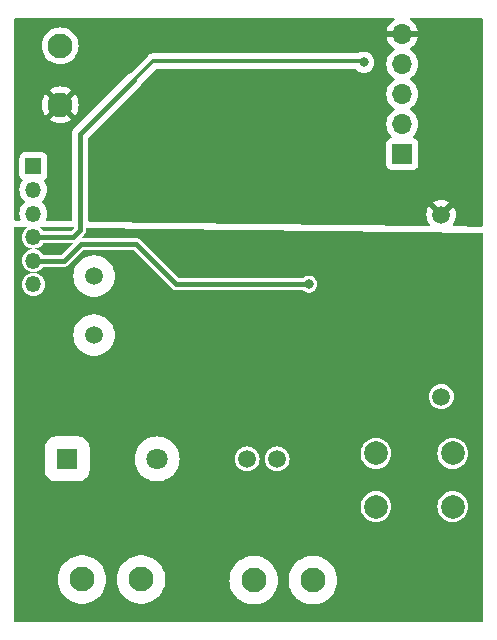
<source format=gbr>
%TF.GenerationSoftware,KiCad,Pcbnew,7.0.2*%
%TF.CreationDate,2023-04-22T16:52:06-03:00*%
%TF.ProjectId,PowerAndCommModule,506f7765-7241-46e6-9443-6f6d6d4d6f64,rev?*%
%TF.SameCoordinates,Original*%
%TF.FileFunction,Copper,L1,Top*%
%TF.FilePolarity,Positive*%
%FSLAX46Y46*%
G04 Gerber Fmt 4.6, Leading zero omitted, Abs format (unit mm)*
G04 Created by KiCad (PCBNEW 7.0.2) date 2023-04-22 16:52:06*
%MOMM*%
%LPD*%
G01*
G04 APERTURE LIST*
%TA.AperFunction,ComponentPad*%
%ADD10C,2.100000*%
%TD*%
%TA.AperFunction,ComponentPad*%
%ADD11R,1.700000X1.700000*%
%TD*%
%TA.AperFunction,ComponentPad*%
%ADD12O,1.700000X1.700000*%
%TD*%
%TA.AperFunction,ComponentPad*%
%ADD13C,1.500000*%
%TD*%
%TA.AperFunction,ComponentPad*%
%ADD14R,1.800000X1.800000*%
%TD*%
%TA.AperFunction,ComponentPad*%
%ADD15C,1.800000*%
%TD*%
%TA.AperFunction,ComponentPad*%
%ADD16C,2.000000*%
%TD*%
%TA.AperFunction,ComponentPad*%
%ADD17R,1.350000X1.350000*%
%TD*%
%TA.AperFunction,ComponentPad*%
%ADD18O,1.350000X1.350000*%
%TD*%
%TA.AperFunction,ViaPad*%
%ADD19C,0.800000*%
%TD*%
%TA.AperFunction,Conductor*%
%ADD20C,0.400000*%
%TD*%
%TA.AperFunction,Conductor*%
%ADD21C,0.300000*%
%TD*%
G04 APERTURE END LIST*
D10*
%TO.P,J5,1,Pin_1*%
%TO.N,NEUT*%
X46540000Y-76520000D03*
%TO.P,J5,2,Pin_2*%
%TO.N,/LINE_NO*%
X51540000Y-76520000D03*
%TD*%
D11*
%TO.P,J4,1,Pin_1*%
%TO.N,+5V*%
X59120000Y-40450000D03*
D12*
%TO.P,J4,2,Pin_2*%
%TO.N,/SCL*%
X59120000Y-37910000D03*
%TO.P,J4,3,Pin_3*%
%TO.N,/SDA*%
X59120000Y-35370000D03*
%TO.P,J4,4,Pin_4*%
%TO.N,+3V3*%
X59120000Y-32830000D03*
%TO.P,J4,5,Pin_5*%
%TO.N,GND*%
X59120000Y-30290000D03*
%TD*%
D13*
%TO.P,PS1,1,AC/L*%
%TO.N,LINE*%
X33020000Y-50780000D03*
%TO.P,PS1,2,AC/N*%
%TO.N,NEUT*%
X33020000Y-55780000D03*
%TO.P,PS1,3,-Vout*%
%TO.N,GND*%
X62420000Y-45580000D03*
%TO.P,PS1,4,+Vout*%
%TO.N,+5V*%
X62420000Y-60980000D03*
%TD*%
D14*
%TO.P,K1,1,COM*%
%TO.N,LINE*%
X30740000Y-66260000D03*
D15*
%TO.P,K1,2,NO*%
%TO.N,/LINE_NO*%
X38360000Y-66260000D03*
D13*
%TO.P,K1,3,COIL_1*%
%TO.N,GND*%
X45980000Y-66260000D03*
%TO.P,K1,4,COIL_2*%
%TO.N,Net-(K1-COIL_2)*%
X48520000Y-66260000D03*
%TD*%
D16*
%TO.P,SW1,1*%
%TO.N,Net-(U2-IO13)*%
X56890000Y-65790000D03*
X63390000Y-65790000D03*
%TO.P,SW1,2*%
%TO.N,GND*%
X56890000Y-70290000D03*
X63390000Y-70290000D03*
%TD*%
D10*
%TO.P,J1,1,Pin_1*%
%TO.N,LINE*%
X32010000Y-76460000D03*
%TO.P,J1,2,Pin_2*%
%TO.N,NEUT*%
X37010000Y-76460000D03*
%TD*%
D17*
%TO.P,J2,1,Pin_1*%
%TO.N,/RXD*%
X27880000Y-41480000D03*
D18*
%TO.P,J2,2,Pin_2*%
%TO.N,/TXD*%
X27880000Y-43480000D03*
%TO.P,J2,3,Pin_3*%
%TO.N,/DTR*%
X27880000Y-45480000D03*
%TO.P,J2,4,Pin_4*%
%TO.N,/EN*%
X27880000Y-47480000D03*
%TO.P,J2,5,Pin_5*%
%TO.N,+3V3*%
X27880000Y-49480000D03*
%TO.P,J2,6,Pin_6*%
%TO.N,GND*%
X27880000Y-51480000D03*
%TD*%
D10*
%TO.P,J3,1,Pin_1*%
%TO.N,Net-(J3-Pin_1)*%
X30160000Y-31280000D03*
%TO.P,J3,2,Pin_2*%
%TO.N,GND*%
X30160000Y-36280000D03*
%TD*%
D19*
%TO.N,GND*%
X56400000Y-36640000D03*
%TO.N,/EN*%
X55850000Y-32680000D03*
%TO.N,+3V3*%
X51210000Y-51470000D03*
%TD*%
D20*
%TO.N,/EN*%
X36400000Y-34210000D02*
X31840000Y-38770000D01*
X31840000Y-38770000D02*
X31840000Y-46900000D01*
X31840000Y-46900000D02*
X31250000Y-47490000D01*
X31240000Y-47480000D02*
X27880000Y-47480000D01*
D21*
X55730000Y-32560000D02*
X55850000Y-32680000D01*
D20*
X31250000Y-47490000D02*
X31240000Y-47480000D01*
D21*
X36400000Y-34210000D02*
X38050000Y-32560000D01*
X38050000Y-32560000D02*
X55730000Y-32560000D01*
D20*
%TO.N,Net-(J3-Pin_1)*%
X30360000Y-31080000D02*
X30160000Y-31280000D01*
%TO.N,+3V3*%
X31900000Y-48060000D02*
X30480000Y-49480000D01*
X30480000Y-49480000D02*
X27880000Y-49480000D01*
X51210000Y-51470000D02*
X39980000Y-51470000D01*
X39980000Y-51470000D02*
X36570000Y-48060000D01*
X36570000Y-48060000D02*
X31900000Y-48060000D01*
%TD*%
%TA.AperFunction,Conductor*%
%TO.N,GND*%
G36*
X58424521Y-28920185D02*
G01*
X58470276Y-28972989D01*
X58480220Y-29042147D01*
X58451195Y-29105703D01*
X58428605Y-29126075D01*
X58248921Y-29251890D01*
X58081890Y-29418921D01*
X57946400Y-29612421D01*
X57846569Y-29826507D01*
X57789364Y-30039999D01*
X57789364Y-30040000D01*
X58686314Y-30040000D01*
X58660507Y-30080156D01*
X58620000Y-30218111D01*
X58620000Y-30361889D01*
X58660507Y-30499844D01*
X58686314Y-30540000D01*
X57789364Y-30540000D01*
X57846569Y-30753492D01*
X57946399Y-30967576D01*
X58081893Y-31161081D01*
X58248918Y-31328106D01*
X58434595Y-31458119D01*
X58478219Y-31512696D01*
X58485412Y-31582195D01*
X58453890Y-31644549D01*
X58434595Y-31661269D01*
X58248595Y-31791508D01*
X58081505Y-31958598D01*
X57945965Y-32152170D01*
X57846097Y-32366336D01*
X57784936Y-32594592D01*
X57764340Y-32829999D01*
X57784936Y-33065407D01*
X57823814Y-33210500D01*
X57846097Y-33293663D01*
X57945965Y-33507830D01*
X58081505Y-33701401D01*
X58248599Y-33868495D01*
X58434160Y-33998426D01*
X58477783Y-34053002D01*
X58484976Y-34122501D01*
X58453454Y-34184855D01*
X58434159Y-34201575D01*
X58248595Y-34331508D01*
X58081505Y-34498598D01*
X57945965Y-34692170D01*
X57846097Y-34906336D01*
X57784936Y-35134592D01*
X57764340Y-35370000D01*
X57784936Y-35605407D01*
X57824268Y-35752194D01*
X57846097Y-35833663D01*
X57945965Y-36047830D01*
X58081505Y-36241401D01*
X58248599Y-36408495D01*
X58434160Y-36538426D01*
X58477783Y-36593002D01*
X58484976Y-36662501D01*
X58453454Y-36724855D01*
X58434159Y-36741575D01*
X58248595Y-36871508D01*
X58081505Y-37038598D01*
X57945965Y-37232170D01*
X57846097Y-37446336D01*
X57784936Y-37674592D01*
X57764340Y-37909999D01*
X57784936Y-38145407D01*
X57814851Y-38257051D01*
X57846097Y-38373663D01*
X57945965Y-38587830D01*
X58081505Y-38781401D01*
X58081508Y-38781404D01*
X58203430Y-38903326D01*
X58236915Y-38964649D01*
X58231931Y-39034341D01*
X58190059Y-39090274D01*
X58159083Y-39107189D01*
X58027669Y-39156204D01*
X57912454Y-39242454D01*
X57826204Y-39357668D01*
X57775910Y-39492515D01*
X57775909Y-39492517D01*
X57769500Y-39552127D01*
X57769500Y-39555448D01*
X57769500Y-39555449D01*
X57769500Y-41344560D01*
X57769500Y-41344578D01*
X57769501Y-41347872D01*
X57775909Y-41407483D01*
X57826204Y-41542331D01*
X57912454Y-41657546D01*
X58027669Y-41743796D01*
X58162517Y-41794091D01*
X58222127Y-41800500D01*
X60017872Y-41800499D01*
X60077483Y-41794091D01*
X60212331Y-41743796D01*
X60327546Y-41657546D01*
X60413796Y-41542331D01*
X60464091Y-41407483D01*
X60470500Y-41347873D01*
X60470499Y-39552128D01*
X60464091Y-39492517D01*
X60413796Y-39357669D01*
X60327546Y-39242454D01*
X60212331Y-39156204D01*
X60150898Y-39133291D01*
X60080916Y-39107189D01*
X60024983Y-39065317D01*
X60000566Y-38999853D01*
X60015418Y-38931580D01*
X60036563Y-38903332D01*
X60158495Y-38781401D01*
X60294035Y-38587830D01*
X60393903Y-38373663D01*
X60455063Y-38145408D01*
X60475659Y-37910000D01*
X60455063Y-37674592D01*
X60393903Y-37446337D01*
X60294035Y-37232171D01*
X60158495Y-37038599D01*
X59991401Y-36871505D01*
X59805839Y-36741573D01*
X59762216Y-36686998D01*
X59755022Y-36617500D01*
X59786545Y-36555145D01*
X59805837Y-36538428D01*
X59991401Y-36408495D01*
X60158495Y-36241401D01*
X60294035Y-36047830D01*
X60393903Y-35833663D01*
X60455063Y-35605408D01*
X60475659Y-35370000D01*
X60455063Y-35134592D01*
X60393903Y-34906337D01*
X60294035Y-34692171D01*
X60158495Y-34498599D01*
X59991401Y-34331505D01*
X59805839Y-34201573D01*
X59762216Y-34146998D01*
X59755022Y-34077500D01*
X59786545Y-34015145D01*
X59805837Y-33998428D01*
X59991401Y-33868495D01*
X60158495Y-33701401D01*
X60294035Y-33507830D01*
X60393903Y-33293663D01*
X60455063Y-33065408D01*
X60475659Y-32830000D01*
X60455063Y-32594592D01*
X60393903Y-32366337D01*
X60294035Y-32152171D01*
X60158495Y-31958599D01*
X59991401Y-31791505D01*
X59805402Y-31661267D01*
X59761780Y-31606692D01*
X59754587Y-31537193D01*
X59786109Y-31474839D01*
X59805405Y-31458119D01*
X59991078Y-31328109D01*
X60158106Y-31161081D01*
X60293600Y-30967576D01*
X60393430Y-30753492D01*
X60450636Y-30540000D01*
X59553686Y-30540000D01*
X59579493Y-30499844D01*
X59620000Y-30361889D01*
X59620000Y-30218111D01*
X59579493Y-30080156D01*
X59553686Y-30040000D01*
X60450636Y-30040000D01*
X60450635Y-30039999D01*
X60393430Y-29826507D01*
X60293599Y-29612421D01*
X60158109Y-29418921D01*
X59991081Y-29251893D01*
X59811395Y-29126075D01*
X59767771Y-29071498D01*
X59760578Y-29001999D01*
X59792100Y-28939645D01*
X59852330Y-28904231D01*
X59882519Y-28900500D01*
X65803000Y-28900500D01*
X65870039Y-28920185D01*
X65915794Y-28972989D01*
X65927000Y-29024500D01*
X65926999Y-36581505D01*
X65923138Y-46468940D01*
X65903427Y-46535972D01*
X65850605Y-46581706D01*
X65797544Y-46592882D01*
X63494081Y-46563260D01*
X63427300Y-46542715D01*
X63382228Y-46489327D01*
X63373174Y-46420046D01*
X63394101Y-46368146D01*
X63506665Y-46207389D01*
X63599102Y-46009159D01*
X63655712Y-45797886D01*
X63674775Y-45580000D01*
X63655712Y-45362113D01*
X63599102Y-45150840D01*
X63506667Y-44952615D01*
X63463123Y-44890428D01*
X62903076Y-45450474D01*
X62879493Y-45370156D01*
X62801761Y-45249202D01*
X62693100Y-45155048D01*
X62562315Y-45095320D01*
X62552531Y-45093913D01*
X63109572Y-44536874D01*
X63109571Y-44536873D01*
X63047386Y-44493331D01*
X62849161Y-44400898D01*
X62637886Y-44344287D01*
X62420000Y-44325224D01*
X62202113Y-44344287D01*
X61990840Y-44400897D01*
X61792611Y-44493333D01*
X61730428Y-44536874D01*
X61730427Y-44536875D01*
X62287465Y-45093913D01*
X62277685Y-45095320D01*
X62146900Y-45155048D01*
X62038239Y-45249202D01*
X61960507Y-45370156D01*
X61936923Y-45450475D01*
X61376875Y-44890427D01*
X61376874Y-44890428D01*
X61333333Y-44952611D01*
X61240897Y-45150840D01*
X61184287Y-45362113D01*
X61165224Y-45580000D01*
X61184287Y-45797886D01*
X61240897Y-46009159D01*
X61333332Y-46207385D01*
X61426352Y-46340231D01*
X61448679Y-46406437D01*
X61431669Y-46474205D01*
X61380721Y-46522018D01*
X61323183Y-46535345D01*
X32662906Y-46166794D01*
X32596125Y-46146249D01*
X32551053Y-46092861D01*
X32540500Y-46042804D01*
X32540500Y-39111519D01*
X32560185Y-39044480D01*
X32576819Y-39023838D01*
X34729152Y-36871505D01*
X36925290Y-34675367D01*
X37003878Y-34575056D01*
X37034646Y-34506692D01*
X37060036Y-34469908D01*
X38283126Y-33246819D01*
X38344450Y-33213334D01*
X38370808Y-33210500D01*
X55060714Y-33210500D01*
X55127753Y-33230185D01*
X55152864Y-33251528D01*
X55244129Y-33352889D01*
X55397269Y-33464151D01*
X55570197Y-33541144D01*
X55755352Y-33580500D01*
X55755354Y-33580500D01*
X55944648Y-33580500D01*
X56068084Y-33554262D01*
X56129803Y-33541144D01*
X56302730Y-33464151D01*
X56455871Y-33352888D01*
X56582533Y-33212216D01*
X56677179Y-33048284D01*
X56735674Y-32868256D01*
X56755460Y-32680000D01*
X56735674Y-32491744D01*
X56677179Y-32311716D01*
X56677179Y-32311715D01*
X56582533Y-32147783D01*
X56455870Y-32007110D01*
X56302730Y-31895848D01*
X56129802Y-31818855D01*
X55944648Y-31779500D01*
X55944646Y-31779500D01*
X55755354Y-31779500D01*
X55755352Y-31779500D01*
X55570197Y-31818855D01*
X55390687Y-31898779D01*
X55340251Y-31909500D01*
X38135504Y-31909500D01*
X38114294Y-31907158D01*
X38041737Y-31909439D01*
X38037842Y-31909500D01*
X38009075Y-31909500D01*
X38005213Y-31909987D01*
X38005192Y-31909989D01*
X38004681Y-31910054D01*
X37993059Y-31910968D01*
X37947430Y-31912402D01*
X37927051Y-31918323D01*
X37908007Y-31922267D01*
X37893639Y-31924082D01*
X37886941Y-31924929D01*
X37844490Y-31941736D01*
X37833443Y-31945518D01*
X37789598Y-31958256D01*
X37771330Y-31969060D01*
X37753864Y-31977617D01*
X37734129Y-31985431D01*
X37697202Y-32012260D01*
X37687442Y-32018671D01*
X37648136Y-32041917D01*
X37633125Y-32056928D01*
X37618336Y-32069558D01*
X37601164Y-32082034D01*
X37572057Y-32117218D01*
X37564196Y-32125856D01*
X36140092Y-33549960D01*
X36103305Y-33575353D01*
X36034946Y-33606120D01*
X35937583Y-33682398D01*
X35937574Y-33682405D01*
X35934633Y-33684710D01*
X35931987Y-33687355D01*
X35931979Y-33687363D01*
X31362290Y-38257051D01*
X31356838Y-38262183D01*
X31311816Y-38302070D01*
X31277649Y-38351568D01*
X31273213Y-38357597D01*
X31236121Y-38404942D01*
X31231961Y-38414186D01*
X31220941Y-38433725D01*
X31215182Y-38442069D01*
X31193853Y-38498305D01*
X31190989Y-38505219D01*
X31166303Y-38560070D01*
X31164475Y-38570047D01*
X31158454Y-38591648D01*
X31154859Y-38601128D01*
X31147609Y-38660827D01*
X31146483Y-38668226D01*
X31135641Y-38727390D01*
X31139274Y-38787433D01*
X31139500Y-38794920D01*
X31139500Y-46021598D01*
X31119815Y-46088637D01*
X31067011Y-46134392D01*
X31013906Y-46145588D01*
X29072841Y-46120628D01*
X29006060Y-46100083D01*
X28960988Y-46046695D01*
X28951934Y-45977414D01*
X28963433Y-45941369D01*
X28980817Y-45906459D01*
X29013997Y-45789844D01*
X29040435Y-45696925D01*
X29044608Y-45651889D01*
X29060536Y-45480000D01*
X29040435Y-45263077D01*
X29040435Y-45263074D01*
X28980818Y-45053542D01*
X28883712Y-44858528D01*
X28752426Y-44684676D01*
X28628427Y-44571637D01*
X28592145Y-44511926D01*
X28593906Y-44442079D01*
X28628427Y-44388363D01*
X28752426Y-44275323D01*
X28752427Y-44275322D01*
X28883712Y-44101472D01*
X28980817Y-43906459D01*
X28980818Y-43906457D01*
X29040435Y-43696925D01*
X29043577Y-43663008D01*
X29060536Y-43480000D01*
X29040435Y-43263077D01*
X29040435Y-43263074D01*
X28980818Y-43053542D01*
X28883712Y-42858528D01*
X28802252Y-42750657D01*
X28777560Y-42685295D01*
X28792125Y-42616961D01*
X28826894Y-42576664D01*
X28912546Y-42512546D01*
X28998796Y-42397331D01*
X29049091Y-42262483D01*
X29055500Y-42202873D01*
X29055499Y-40757128D01*
X29049091Y-40697517D01*
X28998796Y-40562669D01*
X28912546Y-40447454D01*
X28797331Y-40361204D01*
X28662483Y-40310909D01*
X28602873Y-40304500D01*
X28599550Y-40304500D01*
X27160439Y-40304500D01*
X27160420Y-40304500D01*
X27157128Y-40304501D01*
X27153848Y-40304853D01*
X27153840Y-40304854D01*
X27097515Y-40310909D01*
X26962669Y-40361204D01*
X26847454Y-40447454D01*
X26761204Y-40562668D01*
X26710910Y-40697515D01*
X26710909Y-40697517D01*
X26704500Y-40757127D01*
X26704500Y-40760448D01*
X26704500Y-40760449D01*
X26704500Y-42199560D01*
X26704500Y-42199578D01*
X26704501Y-42202872D01*
X26710909Y-42262483D01*
X26761204Y-42397331D01*
X26813032Y-42466564D01*
X26847455Y-42512548D01*
X26933104Y-42576665D01*
X26974975Y-42632598D01*
X26979959Y-42702290D01*
X26957747Y-42750657D01*
X26876288Y-42858525D01*
X26779181Y-43053542D01*
X26719564Y-43263074D01*
X26699464Y-43480000D01*
X26719564Y-43696925D01*
X26779181Y-43906457D01*
X26876287Y-44101471D01*
X27007573Y-44275323D01*
X27131572Y-44388363D01*
X27167854Y-44448074D01*
X27166093Y-44517922D01*
X27131572Y-44571637D01*
X27007573Y-44684676D01*
X26876287Y-44858528D01*
X26779181Y-45053542D01*
X26719564Y-45263074D01*
X26699464Y-45480000D01*
X26719564Y-45696925D01*
X26779182Y-45906459D01*
X26781183Y-45910477D01*
X26793444Y-45979262D01*
X26766571Y-46043757D01*
X26709095Y-46083484D01*
X26668593Y-46089738D01*
X26399480Y-46086288D01*
X26332699Y-46065745D01*
X26287625Y-46012359D01*
X26277071Y-45962353D01*
X26273058Y-36279999D01*
X28605207Y-36279999D01*
X28624349Y-36523224D01*
X28681303Y-36760457D01*
X28774669Y-36985862D01*
X28898504Y-37187942D01*
X29519859Y-36566586D01*
X29579680Y-36680566D01*
X29692405Y-36807806D01*
X29832305Y-36904371D01*
X29873541Y-36920010D01*
X29252056Y-37541494D01*
X29454137Y-37665329D01*
X29679542Y-37758696D01*
X29916775Y-37815650D01*
X30160000Y-37834792D01*
X30403224Y-37815650D01*
X30640457Y-37758696D01*
X30865862Y-37665329D01*
X31067942Y-37541494D01*
X30446457Y-36920010D01*
X30487695Y-36904371D01*
X30627595Y-36807806D01*
X30740320Y-36680566D01*
X30800139Y-36566587D01*
X31421494Y-37187942D01*
X31545329Y-36985862D01*
X31638696Y-36760457D01*
X31695650Y-36523224D01*
X31714792Y-36280000D01*
X31695650Y-36036775D01*
X31638696Y-35799542D01*
X31545329Y-35574137D01*
X31421494Y-35372056D01*
X30800139Y-35993411D01*
X30740320Y-35879434D01*
X30627595Y-35752194D01*
X30487695Y-35655629D01*
X30446457Y-35639989D01*
X31067942Y-35018504D01*
X30865862Y-34894669D01*
X30640457Y-34801303D01*
X30403224Y-34744349D01*
X30160000Y-34725207D01*
X29916775Y-34744349D01*
X29679542Y-34801303D01*
X29454137Y-34894669D01*
X29252056Y-35018504D01*
X29873542Y-35639989D01*
X29832305Y-35655629D01*
X29692405Y-35752194D01*
X29579680Y-35879434D01*
X29519859Y-35993413D01*
X28898504Y-35372056D01*
X28774669Y-35574137D01*
X28681303Y-35799542D01*
X28624349Y-36036775D01*
X28605207Y-36279999D01*
X26273058Y-36279999D01*
X26270986Y-31280000D01*
X28604706Y-31280000D01*
X28623854Y-31523303D01*
X28680828Y-31760615D01*
X28774221Y-31986088D01*
X28873309Y-32147783D01*
X28901741Y-32194179D01*
X29060241Y-32379759D01*
X29245821Y-32538259D01*
X29324887Y-32586711D01*
X29453911Y-32665778D01*
X29679384Y-32759171D01*
X29679387Y-32759171D01*
X29679388Y-32759172D01*
X29916698Y-32816146D01*
X30160000Y-32835294D01*
X30403302Y-32816146D01*
X30640612Y-32759172D01*
X30640613Y-32759171D01*
X30640615Y-32759171D01*
X30866088Y-32665778D01*
X30916045Y-32635163D01*
X31074179Y-32538259D01*
X31259759Y-32379759D01*
X31418259Y-32194179D01*
X31527631Y-32015700D01*
X31545778Y-31986088D01*
X31639171Y-31760615D01*
X31639172Y-31760612D01*
X31696146Y-31523302D01*
X31715294Y-31280000D01*
X31696146Y-31036698D01*
X31639172Y-30799388D01*
X31639171Y-30799387D01*
X31639171Y-30799384D01*
X31545778Y-30573911D01*
X31466711Y-30444887D01*
X31418259Y-30365821D01*
X31259759Y-30180241D01*
X31074179Y-30021741D01*
X31045068Y-30003902D01*
X30866088Y-29894221D01*
X30640615Y-29800828D01*
X30403303Y-29743854D01*
X30160000Y-29724706D01*
X29916696Y-29743854D01*
X29679384Y-29800828D01*
X29453911Y-29894221D01*
X29245822Y-30021740D01*
X29060241Y-30180241D01*
X28901740Y-30365822D01*
X28774221Y-30573911D01*
X28680828Y-30799384D01*
X28623854Y-31036696D01*
X28604706Y-31280000D01*
X26270986Y-31280000D01*
X26270051Y-29024548D01*
X26289708Y-28957504D01*
X26342493Y-28911727D01*
X26394051Y-28900500D01*
X58357482Y-28900500D01*
X58424521Y-28920185D01*
G37*
%TD.AperFunction*%
%TD*%
%TA.AperFunction,NonConductor*%
G36*
X31328150Y-46655172D02*
G01*
X31336236Y-46658645D01*
X31339500Y-46666671D01*
X31339500Y-46687922D01*
X31336132Y-46696054D01*
X31056054Y-46976132D01*
X31047922Y-46979500D01*
X28725478Y-46979500D01*
X28717346Y-46976132D01*
X28715336Y-46973421D01*
X28695226Y-46935799D01*
X28695023Y-46935419D01*
X28573120Y-46786880D01*
X28424581Y-46664977D01*
X28412735Y-46658645D01*
X28375832Y-46638919D01*
X28370248Y-46632115D01*
X28371111Y-46623356D01*
X28377915Y-46617772D01*
X28381389Y-46617279D01*
X31328150Y-46655172D01*
G37*
%TD.AperFunction*%
%TA.AperFunction,NonConductor*%
G36*
X27402447Y-46604691D02*
G01*
X27410533Y-46608163D01*
X27413796Y-46616337D01*
X27410323Y-46624425D01*
X27407718Y-46626331D01*
X27335422Y-46664975D01*
X27335420Y-46664976D01*
X27335419Y-46664977D01*
X27301656Y-46692686D01*
X27186880Y-46786880D01*
X27064975Y-46935422D01*
X26974395Y-47104885D01*
X26933114Y-47240973D01*
X26918615Y-47288769D01*
X26899780Y-47480000D01*
X26918615Y-47671231D01*
X26974395Y-47855114D01*
X27064977Y-48024581D01*
X27186880Y-48173120D01*
X27335419Y-48295023D01*
X27504886Y-48385605D01*
X27688769Y-48441385D01*
X27880000Y-48460220D01*
X28071231Y-48441385D01*
X28255114Y-48385605D01*
X28424581Y-48295023D01*
X28573120Y-48173120D01*
X28695023Y-48024581D01*
X28711177Y-47994359D01*
X28715336Y-47986579D01*
X28722140Y-47980995D01*
X28725478Y-47980500D01*
X31130814Y-47980500D01*
X31134832Y-47981224D01*
X31142517Y-47984091D01*
X31177772Y-47986611D01*
X31179386Y-47986844D01*
X31194864Y-47990211D01*
X31213925Y-47994359D01*
X31213926Y-47994358D01*
X31213927Y-47994359D01*
X31230454Y-47993176D01*
X31238804Y-47995955D01*
X31242745Y-48003826D01*
X31239966Y-48012177D01*
X31239406Y-48012779D01*
X30276054Y-48976132D01*
X30267922Y-48979500D01*
X28725478Y-48979500D01*
X28717346Y-48976132D01*
X28715336Y-48973421D01*
X28708258Y-48960179D01*
X28695023Y-48935419D01*
X28573120Y-48786880D01*
X28424581Y-48664977D01*
X28255114Y-48574395D01*
X28071231Y-48518615D01*
X27880000Y-48499780D01*
X27688768Y-48518615D01*
X27504885Y-48574395D01*
X27335422Y-48664975D01*
X27335420Y-48664976D01*
X27335419Y-48664977D01*
X27186879Y-48786880D01*
X27186880Y-48786880D01*
X27064975Y-48935422D01*
X26974395Y-49104885D01*
X26974395Y-49104886D01*
X26918615Y-49288769D01*
X26899780Y-49480000D01*
X26918615Y-49671231D01*
X26974395Y-49855114D01*
X27064977Y-50024581D01*
X27186880Y-50173120D01*
X27335419Y-50295023D01*
X27504886Y-50385605D01*
X27688769Y-50441385D01*
X27880000Y-50460220D01*
X28071231Y-50441385D01*
X28255114Y-50385605D01*
X28424581Y-50295023D01*
X28573120Y-50173120D01*
X28695023Y-50024581D01*
X28715335Y-49986579D01*
X28722140Y-49980995D01*
X28725478Y-49980500D01*
X30424952Y-49980500D01*
X30427397Y-49980763D01*
X30443925Y-49984359D01*
X30443926Y-49984358D01*
X30443927Y-49984359D01*
X30487747Y-49981224D01*
X30497474Y-49980529D01*
X30498294Y-49980500D01*
X30515798Y-49980500D01*
X30515799Y-49980500D01*
X30533154Y-49978004D01*
X30533920Y-49977921D01*
X30587483Y-49974091D01*
X30603340Y-49968176D01*
X30605704Y-49967573D01*
X30622457Y-49965165D01*
X30671307Y-49942854D01*
X30672017Y-49942560D01*
X30722331Y-49923796D01*
X30735878Y-49913653D01*
X30737982Y-49912405D01*
X30753373Y-49905377D01*
X30793932Y-49870231D01*
X30794569Y-49869719D01*
X30803072Y-49863353D01*
X30808593Y-49859221D01*
X30820987Y-49846825D01*
X30821558Y-49846293D01*
X30862143Y-49811128D01*
X30871291Y-49796891D01*
X30872826Y-49794986D01*
X32103944Y-48563867D01*
X32112077Y-48560500D01*
X36357922Y-48560500D01*
X36366054Y-48563868D01*
X39587169Y-51784982D01*
X39588709Y-51786893D01*
X39597857Y-51801128D01*
X39638425Y-51836280D01*
X39639025Y-51836839D01*
X39651405Y-51849218D01*
X39651407Y-51849220D01*
X39660344Y-51855910D01*
X39665421Y-51859711D01*
X39666060Y-51860226D01*
X39706627Y-51895377D01*
X39722010Y-51902402D01*
X39724124Y-51903656D01*
X39737669Y-51913796D01*
X39787970Y-51932557D01*
X39788710Y-51932863D01*
X39837543Y-51955165D01*
X39854291Y-51957572D01*
X39856663Y-51958177D01*
X39872517Y-51964091D01*
X39926075Y-51967921D01*
X39926847Y-51968004D01*
X39944201Y-51970500D01*
X39961706Y-51970500D01*
X39962526Y-51970529D01*
X40016073Y-51974359D01*
X40016073Y-51974358D01*
X40016074Y-51974359D01*
X40032603Y-51970763D01*
X40035048Y-51970500D01*
X50714220Y-51970500D01*
X50721846Y-51973392D01*
X50809148Y-52050734D01*
X50959774Y-52129790D01*
X51042359Y-52150144D01*
X51124944Y-52170500D01*
X51124945Y-52170500D01*
X51295055Y-52170500D01*
X51295056Y-52170500D01*
X51460225Y-52129790D01*
X51610852Y-52050734D01*
X51738183Y-51937929D01*
X51834818Y-51797930D01*
X51895140Y-51638872D01*
X51915645Y-51470000D01*
X51895140Y-51301128D01*
X51834818Y-51142070D01*
X51765487Y-51041628D01*
X51738183Y-51002071D01*
X51610851Y-50889265D01*
X51460225Y-50810209D01*
X51327715Y-50777549D01*
X51295056Y-50769500D01*
X51124944Y-50769500D01*
X51097676Y-50776220D01*
X50959774Y-50810209D01*
X50809148Y-50889265D01*
X50721846Y-50966608D01*
X50714220Y-50969500D01*
X40192077Y-50969500D01*
X40183945Y-50966132D01*
X36962828Y-47745014D01*
X36961286Y-47743099D01*
X36952143Y-47728872D01*
X36911581Y-47693725D01*
X36910981Y-47693166D01*
X36898594Y-47680780D01*
X36884570Y-47670281D01*
X36883931Y-47669766D01*
X36843371Y-47634621D01*
X36827986Y-47627594D01*
X36825873Y-47626340D01*
X36812333Y-47616205D01*
X36812331Y-47616204D01*
X36785673Y-47606261D01*
X36762037Y-47597445D01*
X36761279Y-47597131D01*
X36712456Y-47574834D01*
X36695711Y-47572426D01*
X36693330Y-47571818D01*
X36677485Y-47565909D01*
X36623941Y-47562078D01*
X36623126Y-47561990D01*
X36605799Y-47559500D01*
X36588294Y-47559500D01*
X36587474Y-47559471D01*
X36533925Y-47555640D01*
X36517397Y-47559237D01*
X36514952Y-47559500D01*
X31955048Y-47559500D01*
X31952603Y-47559237D01*
X31936073Y-47555640D01*
X31919545Y-47556822D01*
X31911194Y-47554042D01*
X31907254Y-47546171D01*
X31910034Y-47537820D01*
X31910579Y-47537233D01*
X32154986Y-47292826D01*
X32156891Y-47291291D01*
X32171128Y-47282143D01*
X32206293Y-47241558D01*
X32206825Y-47240987D01*
X32219221Y-47228593D01*
X32223353Y-47223072D01*
X32229719Y-47214569D01*
X32230234Y-47213929D01*
X32265377Y-47173373D01*
X32272405Y-47157982D01*
X32273653Y-47155878D01*
X32283796Y-47142331D01*
X32302560Y-47092017D01*
X32302854Y-47091307D01*
X32325165Y-47042457D01*
X32327573Y-47025704D01*
X32328176Y-47023340D01*
X32334091Y-47007483D01*
X32337921Y-46953920D01*
X32338004Y-46953154D01*
X32340500Y-46935799D01*
X32340500Y-46918293D01*
X32340529Y-46917473D01*
X32344359Y-46863925D01*
X32340762Y-46847395D01*
X32340499Y-46844950D01*
X32340499Y-46786880D01*
X32340499Y-46679835D01*
X32343866Y-46671706D01*
X32351995Y-46668338D01*
X65908646Y-47099853D01*
X65916732Y-47103326D01*
X65919996Y-47111355D01*
X65910006Y-80088003D01*
X65906635Y-80096134D01*
X65898506Y-80099500D01*
X52036000Y-80099500D01*
X26281487Y-80080008D01*
X26273358Y-80076634D01*
X26269996Y-80068512D01*
X26268919Y-76460000D01*
X29954709Y-76460000D01*
X29954736Y-76460394D01*
X29973824Y-76739460D01*
X29973824Y-76739467D01*
X29973852Y-76739862D01*
X30030925Y-77014511D01*
X30124864Y-77278830D01*
X30125040Y-77279171D01*
X30125042Y-77279174D01*
X30253740Y-77527552D01*
X30253744Y-77527560D01*
X30253919Y-77527896D01*
X30415688Y-77757069D01*
X30607155Y-77962081D01*
X30607448Y-77962319D01*
X30607453Y-77962324D01*
X30700444Y-78037977D01*
X30824754Y-78139111D01*
X31064432Y-78284862D01*
X31321725Y-78396620D01*
X31591839Y-78472303D01*
X31869742Y-78510500D01*
X31870131Y-78510500D01*
X32149869Y-78510500D01*
X32150258Y-78510500D01*
X32428161Y-78472303D01*
X32698275Y-78396620D01*
X32955568Y-78284862D01*
X33195246Y-78139111D01*
X33412845Y-77962081D01*
X33604312Y-77757069D01*
X33766081Y-77527896D01*
X33895136Y-77278830D01*
X33989075Y-77014511D01*
X34046148Y-76739862D01*
X34065291Y-76460000D01*
X34954709Y-76460000D01*
X34954736Y-76460394D01*
X34973824Y-76739460D01*
X34973824Y-76739467D01*
X34973852Y-76739862D01*
X35030925Y-77014511D01*
X35124864Y-77278830D01*
X35125040Y-77279171D01*
X35125042Y-77279174D01*
X35253740Y-77527552D01*
X35253744Y-77527560D01*
X35253919Y-77527896D01*
X35415688Y-77757069D01*
X35607155Y-77962081D01*
X35607448Y-77962319D01*
X35607453Y-77962324D01*
X35700444Y-78037977D01*
X35824754Y-78139111D01*
X36064432Y-78284862D01*
X36321725Y-78396620D01*
X36591839Y-78472303D01*
X36869742Y-78510500D01*
X36870131Y-78510500D01*
X37149869Y-78510500D01*
X37150258Y-78510500D01*
X37428161Y-78472303D01*
X37698275Y-78396620D01*
X37955568Y-78284862D01*
X38195246Y-78139111D01*
X38412845Y-77962081D01*
X38604312Y-77757069D01*
X38766081Y-77527896D01*
X38895136Y-77278830D01*
X38989075Y-77014511D01*
X39046148Y-76739862D01*
X39061187Y-76520000D01*
X44484709Y-76520000D01*
X44484736Y-76520394D01*
X44503824Y-76799460D01*
X44503824Y-76799467D01*
X44503852Y-76799862D01*
X44560925Y-77074511D01*
X44654864Y-77338830D01*
X44655040Y-77339171D01*
X44655042Y-77339174D01*
X44783740Y-77587552D01*
X44783744Y-77587560D01*
X44783919Y-77587896D01*
X44945688Y-77817069D01*
X45137155Y-78022081D01*
X45137448Y-78022319D01*
X45137453Y-78022324D01*
X45230444Y-78097977D01*
X45354754Y-78199111D01*
X45594432Y-78344862D01*
X45851725Y-78456620D01*
X46121839Y-78532303D01*
X46399742Y-78570500D01*
X46400131Y-78570500D01*
X46679869Y-78570500D01*
X46680258Y-78570500D01*
X46958161Y-78532303D01*
X47228275Y-78456620D01*
X47485568Y-78344862D01*
X47725246Y-78199111D01*
X47942845Y-78022081D01*
X48134312Y-77817069D01*
X48296081Y-77587896D01*
X48425136Y-77338830D01*
X48519075Y-77074511D01*
X48576148Y-76799862D01*
X48595291Y-76520000D01*
X49484709Y-76520000D01*
X49484736Y-76520394D01*
X49503824Y-76799460D01*
X49503824Y-76799467D01*
X49503852Y-76799862D01*
X49560925Y-77074511D01*
X49654864Y-77338830D01*
X49655040Y-77339171D01*
X49655042Y-77339174D01*
X49783740Y-77587552D01*
X49783744Y-77587560D01*
X49783919Y-77587896D01*
X49945688Y-77817069D01*
X50137155Y-78022081D01*
X50137448Y-78022319D01*
X50137453Y-78022324D01*
X50230444Y-78097977D01*
X50354754Y-78199111D01*
X50594432Y-78344862D01*
X50851725Y-78456620D01*
X51121839Y-78532303D01*
X51399742Y-78570500D01*
X51400131Y-78570500D01*
X51679869Y-78570500D01*
X51680258Y-78570500D01*
X51958161Y-78532303D01*
X52228275Y-78456620D01*
X52485568Y-78344862D01*
X52725246Y-78199111D01*
X52942845Y-78022081D01*
X53134312Y-77817069D01*
X53296081Y-77587896D01*
X53425136Y-77338830D01*
X53519075Y-77074511D01*
X53576148Y-76799862D01*
X53595291Y-76520000D01*
X53576148Y-76240138D01*
X53519075Y-75965489D01*
X53425136Y-75701170D01*
X53296081Y-75452104D01*
X53134312Y-75222931D01*
X52942845Y-75017919D01*
X52942552Y-75017680D01*
X52942546Y-75017675D01*
X52818535Y-74916785D01*
X52725246Y-74840889D01*
X52724918Y-74840689D01*
X52724913Y-74840686D01*
X52485902Y-74695341D01*
X52485900Y-74695340D01*
X52485568Y-74695138D01*
X52485215Y-74694985D01*
X52485210Y-74694982D01*
X52228627Y-74583533D01*
X52228628Y-74583533D01*
X52228275Y-74583380D01*
X51958161Y-74507697D01*
X51939628Y-74505149D01*
X51680642Y-74469552D01*
X51680630Y-74469551D01*
X51680258Y-74469500D01*
X51399742Y-74469500D01*
X51399370Y-74469551D01*
X51399357Y-74469552D01*
X51122224Y-74507644D01*
X51122222Y-74507644D01*
X51121839Y-74507697D01*
X51121470Y-74507800D01*
X51121467Y-74507801D01*
X50852092Y-74583277D01*
X50852089Y-74583277D01*
X50851725Y-74583380D01*
X50851376Y-74583531D01*
X50851372Y-74583533D01*
X50594789Y-74694982D01*
X50594777Y-74694987D01*
X50594432Y-74695138D01*
X50594105Y-74695336D01*
X50594097Y-74695341D01*
X50355086Y-74840686D01*
X50355074Y-74840693D01*
X50354754Y-74840889D01*
X50354457Y-74841130D01*
X50354455Y-74841132D01*
X50137453Y-75017675D01*
X50137440Y-75017686D01*
X50137155Y-75017919D01*
X50136895Y-75018197D01*
X50136889Y-75018203D01*
X49945954Y-75222645D01*
X49945946Y-75222654D01*
X49945688Y-75222931D01*
X49945468Y-75223242D01*
X49945462Y-75223250D01*
X49784144Y-75451785D01*
X49783919Y-75452104D01*
X49783748Y-75452433D01*
X49783740Y-75452447D01*
X49655042Y-75700825D01*
X49655038Y-75700834D01*
X49654864Y-75701170D01*
X49654734Y-75701535D01*
X49654733Y-75701538D01*
X49561055Y-75965121D01*
X49561052Y-75965131D01*
X49560925Y-75965489D01*
X49503852Y-76240138D01*
X49503825Y-76240530D01*
X49503824Y-76240539D01*
X49488840Y-76459605D01*
X49484709Y-76520000D01*
X48595291Y-76520000D01*
X48576148Y-76240138D01*
X48519075Y-75965489D01*
X48425136Y-75701170D01*
X48296081Y-75452104D01*
X48134312Y-75222931D01*
X47942845Y-75017919D01*
X47942552Y-75017680D01*
X47942546Y-75017675D01*
X47818535Y-74916785D01*
X47725246Y-74840889D01*
X47724918Y-74840689D01*
X47724913Y-74840686D01*
X47485902Y-74695341D01*
X47485900Y-74695340D01*
X47485568Y-74695138D01*
X47485215Y-74694985D01*
X47485210Y-74694982D01*
X47228627Y-74583533D01*
X47228628Y-74583533D01*
X47228275Y-74583380D01*
X46958161Y-74507697D01*
X46939628Y-74505149D01*
X46680642Y-74469552D01*
X46680630Y-74469551D01*
X46680258Y-74469500D01*
X46399742Y-74469500D01*
X46399370Y-74469551D01*
X46399357Y-74469552D01*
X46122224Y-74507644D01*
X46122222Y-74507644D01*
X46121839Y-74507697D01*
X46121470Y-74507800D01*
X46121467Y-74507801D01*
X45852092Y-74583277D01*
X45852089Y-74583277D01*
X45851725Y-74583380D01*
X45851376Y-74583531D01*
X45851372Y-74583533D01*
X45594789Y-74694982D01*
X45594777Y-74694987D01*
X45594432Y-74695138D01*
X45594105Y-74695336D01*
X45594097Y-74695341D01*
X45355086Y-74840686D01*
X45355074Y-74840693D01*
X45354754Y-74840889D01*
X45354457Y-74841130D01*
X45354455Y-74841132D01*
X45137453Y-75017675D01*
X45137440Y-75017686D01*
X45137155Y-75017919D01*
X45136895Y-75018197D01*
X45136889Y-75018203D01*
X44945954Y-75222645D01*
X44945946Y-75222654D01*
X44945688Y-75222931D01*
X44945468Y-75223242D01*
X44945462Y-75223250D01*
X44784144Y-75451785D01*
X44783919Y-75452104D01*
X44783748Y-75452433D01*
X44783740Y-75452447D01*
X44655042Y-75700825D01*
X44655038Y-75700834D01*
X44654864Y-75701170D01*
X44654734Y-75701535D01*
X44654733Y-75701538D01*
X44561055Y-75965121D01*
X44561052Y-75965131D01*
X44560925Y-75965489D01*
X44503852Y-76240138D01*
X44503825Y-76240530D01*
X44503824Y-76240539D01*
X44488840Y-76459605D01*
X44484709Y-76520000D01*
X39061187Y-76520000D01*
X39065291Y-76460000D01*
X39046148Y-76180138D01*
X38989075Y-75905489D01*
X38895136Y-75641170D01*
X38797348Y-75452447D01*
X38766259Y-75392447D01*
X38766257Y-75392444D01*
X38766081Y-75392104D01*
X38604312Y-75162931D01*
X38412845Y-74957919D01*
X38412552Y-74957680D01*
X38412546Y-74957675D01*
X38288535Y-74856785D01*
X38195246Y-74780889D01*
X38194918Y-74780689D01*
X38194913Y-74780686D01*
X37955902Y-74635341D01*
X37955900Y-74635340D01*
X37955568Y-74635138D01*
X37955215Y-74634985D01*
X37955210Y-74634982D01*
X37698627Y-74523533D01*
X37698628Y-74523533D01*
X37698275Y-74523380D01*
X37428161Y-74447697D01*
X37409628Y-74445149D01*
X37150642Y-74409552D01*
X37150630Y-74409551D01*
X37150258Y-74409500D01*
X36869742Y-74409500D01*
X36869370Y-74409551D01*
X36869357Y-74409552D01*
X36592224Y-74447644D01*
X36592222Y-74447644D01*
X36591839Y-74447697D01*
X36591470Y-74447800D01*
X36591467Y-74447801D01*
X36322092Y-74523277D01*
X36322089Y-74523277D01*
X36321725Y-74523380D01*
X36321376Y-74523531D01*
X36321372Y-74523533D01*
X36064789Y-74634982D01*
X36064777Y-74634987D01*
X36064432Y-74635138D01*
X36064105Y-74635336D01*
X36064097Y-74635341D01*
X35825086Y-74780686D01*
X35825074Y-74780693D01*
X35824754Y-74780889D01*
X35824457Y-74781130D01*
X35824455Y-74781132D01*
X35607453Y-74957675D01*
X35607440Y-74957686D01*
X35607155Y-74957919D01*
X35606895Y-74958197D01*
X35606889Y-74958203D01*
X35415954Y-75162645D01*
X35415946Y-75162654D01*
X35415688Y-75162931D01*
X35415468Y-75163242D01*
X35415462Y-75163250D01*
X35254144Y-75391785D01*
X35253919Y-75392104D01*
X35253748Y-75392433D01*
X35253740Y-75392447D01*
X35125042Y-75640825D01*
X35125038Y-75640834D01*
X35124864Y-75641170D01*
X35124734Y-75641535D01*
X35124733Y-75641538D01*
X35031055Y-75905121D01*
X35031052Y-75905131D01*
X35030925Y-75905489D01*
X34973852Y-76180138D01*
X34973825Y-76180530D01*
X34973824Y-76180539D01*
X34969720Y-76240539D01*
X34954709Y-76460000D01*
X34065291Y-76460000D01*
X34046148Y-76180138D01*
X33989075Y-75905489D01*
X33895136Y-75641170D01*
X33797348Y-75452447D01*
X33766259Y-75392447D01*
X33766257Y-75392444D01*
X33766081Y-75392104D01*
X33604312Y-75162931D01*
X33412845Y-74957919D01*
X33412552Y-74957680D01*
X33412546Y-74957675D01*
X33288535Y-74856785D01*
X33195246Y-74780889D01*
X33194918Y-74780689D01*
X33194913Y-74780686D01*
X32955902Y-74635341D01*
X32955900Y-74635340D01*
X32955568Y-74635138D01*
X32955215Y-74634985D01*
X32955210Y-74634982D01*
X32698627Y-74523533D01*
X32698628Y-74523533D01*
X32698275Y-74523380D01*
X32428161Y-74447697D01*
X32409628Y-74445149D01*
X32150642Y-74409552D01*
X32150630Y-74409551D01*
X32150258Y-74409500D01*
X31869742Y-74409500D01*
X31869370Y-74409551D01*
X31869357Y-74409552D01*
X31592224Y-74447644D01*
X31592222Y-74447644D01*
X31591839Y-74447697D01*
X31591470Y-74447800D01*
X31591467Y-74447801D01*
X31322092Y-74523277D01*
X31322089Y-74523277D01*
X31321725Y-74523380D01*
X31321376Y-74523531D01*
X31321372Y-74523533D01*
X31064789Y-74634982D01*
X31064777Y-74634987D01*
X31064432Y-74635138D01*
X31064105Y-74635336D01*
X31064097Y-74635341D01*
X30825086Y-74780686D01*
X30825074Y-74780693D01*
X30824754Y-74780889D01*
X30824457Y-74781130D01*
X30824455Y-74781132D01*
X30607453Y-74957675D01*
X30607440Y-74957686D01*
X30607155Y-74957919D01*
X30606895Y-74958197D01*
X30606889Y-74958203D01*
X30415954Y-75162645D01*
X30415946Y-75162654D01*
X30415688Y-75162931D01*
X30415468Y-75163242D01*
X30415462Y-75163250D01*
X30254144Y-75391785D01*
X30253919Y-75392104D01*
X30253748Y-75392433D01*
X30253740Y-75392447D01*
X30125042Y-75640825D01*
X30125038Y-75640834D01*
X30124864Y-75641170D01*
X30124734Y-75641535D01*
X30124733Y-75641538D01*
X30031055Y-75905121D01*
X30031052Y-75905131D01*
X30030925Y-75905489D01*
X29973852Y-76180138D01*
X29973825Y-76180530D01*
X29973824Y-76180539D01*
X29969720Y-76240539D01*
X29954709Y-76460000D01*
X26268919Y-76460000D01*
X26267076Y-70290000D01*
X55584531Y-70290000D01*
X55604364Y-70516692D01*
X55663259Y-70736492D01*
X55663261Y-70736496D01*
X55759432Y-70942734D01*
X55889953Y-71129139D01*
X56050861Y-71290047D01*
X56237266Y-71420568D01*
X56443504Y-71516739D01*
X56443506Y-71516739D01*
X56443507Y-71516740D01*
X56663307Y-71575635D01*
X56889999Y-71595468D01*
X56889999Y-71595467D01*
X56890000Y-71595468D01*
X57116692Y-71575635D01*
X57336496Y-71516739D01*
X57542734Y-71420568D01*
X57729139Y-71290047D01*
X57890047Y-71129139D01*
X58020568Y-70942734D01*
X58116739Y-70736496D01*
X58175635Y-70516692D01*
X58195468Y-70290000D01*
X58195468Y-70289999D01*
X62084531Y-70289999D01*
X62104364Y-70516692D01*
X62163259Y-70736492D01*
X62163261Y-70736496D01*
X62259432Y-70942734D01*
X62389953Y-71129139D01*
X62550861Y-71290047D01*
X62737266Y-71420568D01*
X62943504Y-71516739D01*
X62943506Y-71516739D01*
X62943507Y-71516740D01*
X63163307Y-71575635D01*
X63390000Y-71595468D01*
X63616692Y-71575635D01*
X63836496Y-71516739D01*
X64042734Y-71420568D01*
X64229139Y-71290047D01*
X64390047Y-71129139D01*
X64520568Y-70942734D01*
X64616739Y-70736496D01*
X64675635Y-70516692D01*
X64695468Y-70290000D01*
X64675635Y-70063308D01*
X64616739Y-69843504D01*
X64520568Y-69637266D01*
X64390047Y-69450861D01*
X64229139Y-69289953D01*
X64042734Y-69159432D01*
X63836496Y-69063261D01*
X63836492Y-69063259D01*
X63616692Y-69004364D01*
X63389999Y-68984531D01*
X63163307Y-69004364D01*
X62943507Y-69063259D01*
X62737262Y-69159434D01*
X62550864Y-69289950D01*
X62389950Y-69450864D01*
X62259434Y-69637262D01*
X62163259Y-69843507D01*
X62104364Y-70063307D01*
X62084531Y-70289999D01*
X58195468Y-70289999D01*
X58175635Y-70063308D01*
X58116739Y-69843504D01*
X58020568Y-69637266D01*
X57890047Y-69450861D01*
X57729139Y-69289953D01*
X57542734Y-69159432D01*
X57336496Y-69063261D01*
X57336492Y-69063259D01*
X57116692Y-69004364D01*
X56890000Y-68984531D01*
X56663307Y-69004364D01*
X56443507Y-69063259D01*
X56237262Y-69159434D01*
X56050864Y-69289950D01*
X55889950Y-69450864D01*
X55759434Y-69637262D01*
X55663259Y-69843507D01*
X55604364Y-70063307D01*
X55584531Y-70290000D01*
X26267076Y-70290000D01*
X26266159Y-67217798D01*
X28839500Y-67217798D01*
X28839501Y-67218036D01*
X28839522Y-67218274D01*
X28839523Y-67218292D01*
X28850114Y-67337419D01*
X28906090Y-67533049D01*
X29000300Y-67713405D01*
X29128890Y-67871109D01*
X29286594Y-67999699D01*
X29466950Y-68093909D01*
X29545363Y-68116345D01*
X29662582Y-68149886D01*
X29781963Y-68160500D01*
X31698036Y-68160499D01*
X31817418Y-68149886D01*
X32013049Y-68093909D01*
X32193407Y-67999698D01*
X32351109Y-67871109D01*
X32479698Y-67713407D01*
X32573909Y-67533049D01*
X32629886Y-67337418D01*
X32640500Y-67218037D01*
X32640499Y-66260000D01*
X36454645Y-66260000D01*
X36474039Y-66531164D01*
X36502926Y-66663954D01*
X36531825Y-66796801D01*
X36626828Y-67051513D01*
X36757113Y-67290113D01*
X36920029Y-67507742D01*
X37112258Y-67699971D01*
X37329887Y-67862887D01*
X37568487Y-67993172D01*
X37823199Y-68088175D01*
X38088840Y-68145961D01*
X38360000Y-68165355D01*
X38631160Y-68145961D01*
X38896801Y-68088175D01*
X39151513Y-67993172D01*
X39390113Y-67862887D01*
X39607742Y-67699971D01*
X39799971Y-67507742D01*
X39962887Y-67290113D01*
X40093172Y-67051513D01*
X40188175Y-66796801D01*
X40245961Y-66531160D01*
X40265355Y-66260000D01*
X44924417Y-66260000D01*
X44944700Y-66465934D01*
X45004768Y-66663954D01*
X45075776Y-66796801D01*
X45102315Y-66846450D01*
X45233590Y-67006410D01*
X45393550Y-67137685D01*
X45576046Y-67235232D01*
X45774066Y-67295300D01*
X45980000Y-67315583D01*
X46185934Y-67295300D01*
X46383954Y-67235232D01*
X46566450Y-67137685D01*
X46726410Y-67006410D01*
X46857685Y-66846450D01*
X46955232Y-66663954D01*
X47015300Y-66465934D01*
X47035583Y-66260000D01*
X47464417Y-66260000D01*
X47484700Y-66465934D01*
X47544768Y-66663954D01*
X47615776Y-66796801D01*
X47642315Y-66846450D01*
X47773590Y-67006410D01*
X47933550Y-67137685D01*
X48116046Y-67235232D01*
X48314066Y-67295300D01*
X48520000Y-67315583D01*
X48725934Y-67295300D01*
X48923954Y-67235232D01*
X49106450Y-67137685D01*
X49266410Y-67006410D01*
X49397685Y-66846450D01*
X49495232Y-66663954D01*
X49555300Y-66465934D01*
X49575583Y-66260000D01*
X49555300Y-66054066D01*
X49495232Y-65856046D01*
X49459929Y-65789999D01*
X55584531Y-65789999D01*
X55604364Y-66016692D01*
X55663259Y-66236492D01*
X55663261Y-66236496D01*
X55759432Y-66442734D01*
X55889953Y-66629139D01*
X56050861Y-66790047D01*
X56237266Y-66920568D01*
X56443504Y-67016739D01*
X56443506Y-67016739D01*
X56443507Y-67016740D01*
X56663307Y-67075635D01*
X56889999Y-67095468D01*
X56889999Y-67095467D01*
X56890000Y-67095468D01*
X57116692Y-67075635D01*
X57336496Y-67016739D01*
X57542734Y-66920568D01*
X57729139Y-66790047D01*
X57890047Y-66629139D01*
X58020568Y-66442734D01*
X58116739Y-66236496D01*
X58175635Y-66016692D01*
X58195468Y-65790000D01*
X62084531Y-65790000D01*
X62104364Y-66016692D01*
X62163259Y-66236492D01*
X62163261Y-66236496D01*
X62259432Y-66442734D01*
X62389953Y-66629139D01*
X62550861Y-66790047D01*
X62737266Y-66920568D01*
X62943504Y-67016739D01*
X62943506Y-67016739D01*
X62943507Y-67016740D01*
X63163307Y-67075635D01*
X63390000Y-67095468D01*
X63616692Y-67075635D01*
X63836496Y-67016739D01*
X64042734Y-66920568D01*
X64229139Y-66790047D01*
X64390047Y-66629139D01*
X64520568Y-66442734D01*
X64616739Y-66236496D01*
X64675635Y-66016692D01*
X64695468Y-65790000D01*
X64675635Y-65563308D01*
X64627138Y-65382315D01*
X64616740Y-65343507D01*
X64597489Y-65302223D01*
X64520568Y-65137266D01*
X64390047Y-64950861D01*
X64229139Y-64789953D01*
X64042734Y-64659432D01*
X63836496Y-64563261D01*
X63836492Y-64563259D01*
X63616692Y-64504364D01*
X63389999Y-64484531D01*
X63163307Y-64504364D01*
X62943507Y-64563259D01*
X62775033Y-64641820D01*
X62742244Y-64657111D01*
X62737262Y-64659434D01*
X62550864Y-64789950D01*
X62389950Y-64950864D01*
X62259434Y-65137262D01*
X62163259Y-65343507D01*
X62104364Y-65563307D01*
X62084531Y-65790000D01*
X58195468Y-65790000D01*
X58175635Y-65563308D01*
X58127138Y-65382315D01*
X58116740Y-65343507D01*
X58097489Y-65302223D01*
X58020568Y-65137266D01*
X57890047Y-64950861D01*
X57729139Y-64789953D01*
X57542734Y-64659432D01*
X57336496Y-64563261D01*
X57336492Y-64563259D01*
X57116692Y-64504364D01*
X56890000Y-64484531D01*
X56663307Y-64504364D01*
X56443507Y-64563259D01*
X56275033Y-64641820D01*
X56242244Y-64657111D01*
X56237262Y-64659434D01*
X56050864Y-64789950D01*
X55889950Y-64950864D01*
X55759434Y-65137262D01*
X55663259Y-65343507D01*
X55604364Y-65563307D01*
X55584531Y-65789999D01*
X49459929Y-65789999D01*
X49397685Y-65673550D01*
X49266410Y-65513590D01*
X49106450Y-65382315D01*
X49106449Y-65382314D01*
X48923954Y-65284768D01*
X48725934Y-65224700D01*
X48520000Y-65204417D01*
X48314065Y-65224700D01*
X48116045Y-65284768D01*
X47933550Y-65382314D01*
X47773590Y-65513590D01*
X47642314Y-65673550D01*
X47544768Y-65856045D01*
X47484700Y-66054065D01*
X47464417Y-66260000D01*
X47035583Y-66260000D01*
X47015300Y-66054066D01*
X46955232Y-65856046D01*
X46857685Y-65673550D01*
X46726410Y-65513590D01*
X46566450Y-65382315D01*
X46566449Y-65382314D01*
X46383954Y-65284768D01*
X46185934Y-65224700D01*
X46185933Y-65224699D01*
X45980000Y-65204417D01*
X45979999Y-65204417D01*
X45774065Y-65224700D01*
X45576045Y-65284768D01*
X45393550Y-65382314D01*
X45233590Y-65513590D01*
X45102314Y-65673550D01*
X45004768Y-65856045D01*
X44944700Y-66054065D01*
X44924417Y-66260000D01*
X40265355Y-66260000D01*
X40245961Y-65988840D01*
X40188175Y-65723199D01*
X40093172Y-65468487D01*
X39962887Y-65229887D01*
X39799971Y-65012258D01*
X39607742Y-64820029D01*
X39390113Y-64657113D01*
X39390111Y-64657112D01*
X39390110Y-64657111D01*
X39218235Y-64563261D01*
X39151513Y-64526828D01*
X38896801Y-64431825D01*
X38896797Y-64431824D01*
X38631164Y-64374039D01*
X38360000Y-64354645D01*
X38088835Y-64374039D01*
X37823202Y-64431824D01*
X37823199Y-64431824D01*
X37823199Y-64431825D01*
X37568487Y-64526828D01*
X37568484Y-64526829D01*
X37568483Y-64526830D01*
X37329889Y-64657111D01*
X37112260Y-64820027D01*
X36920027Y-65012260D01*
X36757111Y-65229889D01*
X36673881Y-65382315D01*
X36626828Y-65468487D01*
X36550343Y-65673550D01*
X36531824Y-65723202D01*
X36474039Y-65988835D01*
X36454645Y-66260000D01*
X32640499Y-66260000D01*
X32640499Y-65301964D01*
X32629886Y-65182582D01*
X32573909Y-64986951D01*
X32573909Y-64986950D01*
X32479699Y-64806594D01*
X32351109Y-64648890D01*
X32193405Y-64520300D01*
X32013049Y-64426090D01*
X31817419Y-64370114D01*
X31698293Y-64359522D01*
X31698276Y-64359521D01*
X31698037Y-64359500D01*
X31697777Y-64359500D01*
X29782223Y-64359500D01*
X29782200Y-64359500D01*
X29781964Y-64359501D01*
X29781726Y-64359522D01*
X29781707Y-64359523D01*
X29662580Y-64370114D01*
X29466950Y-64426090D01*
X29286594Y-64520300D01*
X29128890Y-64648890D01*
X29000300Y-64806594D01*
X28906090Y-64986950D01*
X28850114Y-65182580D01*
X28839522Y-65301706D01*
X28839521Y-65301724D01*
X28839500Y-65301963D01*
X28839500Y-65302221D01*
X28839500Y-65302222D01*
X28839500Y-67217776D01*
X28839500Y-67217798D01*
X26266159Y-67217798D01*
X26264297Y-60980000D01*
X61364417Y-60980000D01*
X61384700Y-61185934D01*
X61444768Y-61383954D01*
X61542315Y-61566450D01*
X61673590Y-61726410D01*
X61833550Y-61857685D01*
X62016046Y-61955232D01*
X62214066Y-62015300D01*
X62420000Y-62035583D01*
X62625934Y-62015300D01*
X62823954Y-61955232D01*
X63006450Y-61857685D01*
X63166410Y-61726410D01*
X63297685Y-61566450D01*
X63395232Y-61383954D01*
X63455300Y-61185934D01*
X63475583Y-60980000D01*
X63455300Y-60774066D01*
X63395232Y-60576046D01*
X63297685Y-60393550D01*
X63166410Y-60233590D01*
X63006450Y-60102315D01*
X63006449Y-60102314D01*
X62823954Y-60004768D01*
X62625934Y-59944700D01*
X62420000Y-59924417D01*
X62214065Y-59944700D01*
X62016045Y-60004768D01*
X61833550Y-60102314D01*
X61673590Y-60233590D01*
X61542314Y-60393550D01*
X61444768Y-60576045D01*
X61444768Y-60576046D01*
X61384700Y-60774066D01*
X61364417Y-60980000D01*
X26264297Y-60980000D01*
X26262744Y-55779999D01*
X31264592Y-55779999D01*
X31284198Y-56041628D01*
X31342580Y-56297419D01*
X31438432Y-56541643D01*
X31569614Y-56768857D01*
X31733195Y-56973981D01*
X31925521Y-57152433D01*
X32142296Y-57300228D01*
X32378677Y-57414063D01*
X32629385Y-57491396D01*
X32888818Y-57530500D01*
X32888821Y-57530500D01*
X33151179Y-57530500D01*
X33151182Y-57530500D01*
X33410615Y-57491396D01*
X33661323Y-57414063D01*
X33897704Y-57300228D01*
X34114479Y-57152433D01*
X34306805Y-56973981D01*
X34470386Y-56768857D01*
X34601568Y-56541643D01*
X34697420Y-56297416D01*
X34755802Y-56041630D01*
X34775408Y-55780000D01*
X34755802Y-55518370D01*
X34697420Y-55262584D01*
X34697419Y-55262583D01*
X34697419Y-55262580D01*
X34651025Y-55144372D01*
X34601568Y-55018357D01*
X34470386Y-54791143D01*
X34306805Y-54586019D01*
X34114479Y-54407567D01*
X33897704Y-54259772D01*
X33897705Y-54259772D01*
X33897703Y-54259771D01*
X33775156Y-54200756D01*
X33661323Y-54145937D01*
X33577753Y-54120159D01*
X33410617Y-54068604D01*
X33306841Y-54052962D01*
X33151182Y-54029500D01*
X32888818Y-54029500D01*
X32759101Y-54049052D01*
X32629382Y-54068604D01*
X32378677Y-54145937D01*
X32142296Y-54259771D01*
X31925520Y-54407568D01*
X31733194Y-54586019D01*
X31569613Y-54791143D01*
X31438432Y-55018356D01*
X31342580Y-55262580D01*
X31284198Y-55518371D01*
X31264592Y-55779999D01*
X26262744Y-55779999D01*
X26261460Y-51480000D01*
X26899780Y-51480000D01*
X26918615Y-51671231D01*
X26974395Y-51855114D01*
X27064977Y-52024581D01*
X27186880Y-52173120D01*
X27335419Y-52295023D01*
X27504886Y-52385605D01*
X27688769Y-52441385D01*
X27880000Y-52460220D01*
X28071231Y-52441385D01*
X28255114Y-52385605D01*
X28424581Y-52295023D01*
X28573120Y-52173120D01*
X28695023Y-52024581D01*
X28785605Y-51855114D01*
X28841385Y-51671231D01*
X28860220Y-51480000D01*
X28841385Y-51288769D01*
X28785605Y-51104886D01*
X28695023Y-50935419D01*
X28573120Y-50786880D01*
X28564735Y-50779999D01*
X31264592Y-50779999D01*
X31284198Y-51041628D01*
X31342580Y-51297419D01*
X31438432Y-51541643D01*
X31569613Y-51768856D01*
X31728385Y-51967949D01*
X31733195Y-51973981D01*
X31925521Y-52152433D01*
X32142296Y-52300228D01*
X32378677Y-52414063D01*
X32629385Y-52491396D01*
X32888818Y-52530500D01*
X32888821Y-52530500D01*
X33151179Y-52530500D01*
X33151182Y-52530500D01*
X33410615Y-52491396D01*
X33661323Y-52414063D01*
X33897704Y-52300228D01*
X34114479Y-52152433D01*
X34306805Y-51973981D01*
X34470386Y-51768857D01*
X34601568Y-51541643D01*
X34682976Y-51334218D01*
X34697419Y-51297419D01*
X34697420Y-51297416D01*
X34755802Y-51041630D01*
X34775408Y-50780000D01*
X34755802Y-50518370D01*
X34697420Y-50262584D01*
X34697419Y-50262583D01*
X34697419Y-50262580D01*
X34651025Y-50144372D01*
X34601568Y-50018357D01*
X34470386Y-49791143D01*
X34306805Y-49586019D01*
X34114479Y-49407567D01*
X33897704Y-49259772D01*
X33897705Y-49259772D01*
X33897703Y-49259771D01*
X33775156Y-49200756D01*
X33661323Y-49145937D01*
X33528239Y-49104886D01*
X33410617Y-49068604D01*
X33306841Y-49052962D01*
X33151182Y-49029500D01*
X32888818Y-49029500D01*
X32759101Y-49049052D01*
X32629382Y-49068604D01*
X32378677Y-49145937D01*
X32142296Y-49259771D01*
X31925520Y-49407568D01*
X31733194Y-49586019D01*
X31569613Y-49791143D01*
X31438432Y-50018356D01*
X31342580Y-50262580D01*
X31284198Y-50518371D01*
X31264592Y-50779999D01*
X28564735Y-50779999D01*
X28424581Y-50664977D01*
X28255114Y-50574395D01*
X28071231Y-50518615D01*
X27880000Y-50499780D01*
X27879999Y-50499780D01*
X27688768Y-50518615D01*
X27504885Y-50574395D01*
X27335422Y-50664975D01*
X27335420Y-50664976D01*
X27335419Y-50664977D01*
X27208058Y-50769500D01*
X27186880Y-50786880D01*
X27064975Y-50935422D01*
X26974395Y-51104885D01*
X26918615Y-51288768D01*
X26900765Y-51469999D01*
X26899780Y-51480000D01*
X26261460Y-51480000D01*
X26260003Y-46601649D01*
X26263369Y-46593519D01*
X26271500Y-46590148D01*
X26271518Y-46590148D01*
X27402447Y-46604691D01*
G37*
%TD.AperFunction*%
M02*

</source>
